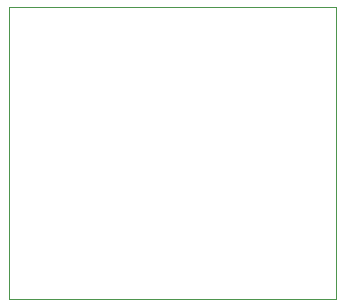
<source format=gm1>
G04 #@! TF.GenerationSoftware,KiCad,Pcbnew,7.0.7*
G04 #@! TF.CreationDate,2024-04-02T17:00:38-04:00*
G04 #@! TF.ProjectId,sensor_node,73656e73-6f72-45f6-9e6f-64652e6b6963,rev?*
G04 #@! TF.SameCoordinates,Original*
G04 #@! TF.FileFunction,Profile,NP*
%FSLAX46Y46*%
G04 Gerber Fmt 4.6, Leading zero omitted, Abs format (unit mm)*
G04 Created by KiCad (PCBNEW 7.0.7) date 2024-04-02 17:00:38*
%MOMM*%
%LPD*%
G01*
G04 APERTURE LIST*
G04 #@! TA.AperFunction,Profile*
%ADD10C,0.100000*%
G04 #@! TD*
G04 APERTURE END LIST*
D10*
X135350000Y-58400000D02*
X163050000Y-58400000D01*
X163050000Y-83100000D01*
X135350000Y-83100000D01*
X135350000Y-58400000D01*
M02*

</source>
